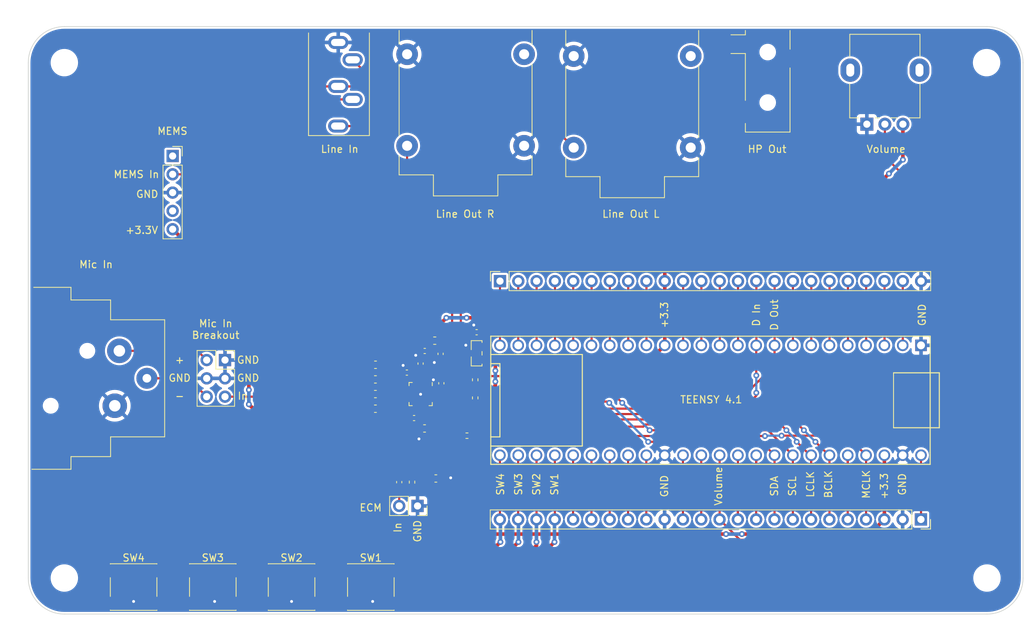
<source format=kicad_pcb>
(kicad_pcb (version 20211014) (generator pcbnew)
  (layers (0 "F.Cu" signal) (31 "B.Cu" power) (34 "B.Paste" user) (35 "F.Paste" user) (36 "B.SilkS" user "B.Silkscreen") (37 "F.SilkS" user "F.Silkscreen") (38 "B.Mask" user) (39 "F.Mask" user) (44 "Edge.Cuts" user))
  (net 0 "")
  (net 1 "+3.3V")
  (net 2 "GND")
  (net 3 "/Audio/LINE_IN_R")
  (net 4 "Net-(C4-Pad2)")
  (net 5 "/Audio/LINE_IN_L")
  (net 6 "Net-(C5-Pad2)")
  (net 7 "Net-(C6-Pad2)")
  (net 8 "Net-(C10-Pad1)")
  (net 9 "/Audio/LINE_OUT_R")
  (net 10 "Net-(C11-Pad1)")
  (net 11 "/Audio/LINE_OUT_L")
  (net 12 "/Audio/MIC_BIAS")
  (net 13 "/Audio/MIC_IN")
  (net 14 "Net-(J1-Pad2)")
  (net 15 "/Audio/MEMS_IN")
  (net 16 "/Audio/HP_L")
  (net 17 "/Audio/HP_VGND")
  (net 18 "/Audio/HP_R")
  (net 19 "Net-(J6-Pad1)")
  (net 20 "Net-(J6-Pad2)")
  (net 21 "Net-(J6-Pad3)")
  (net 22 "Net-(J6-Pad4)")
  (net 23 "Net-(J6-Pad5)")
  (net 24 "Net-(J6-Pad6)")
  (net 25 "Net-(J6-Pad7)")
  (net 26 "Net-(J6-Pad8)")
  (net 27 "Net-(J6-Pad9)")
  (net 28 "Net-(J6-Pad11)")
  (net 29 "Net-(J6-Pad12)")
  (net 30 "Net-(J6-Pad13)")
  (net 31 "Net-(J6-Pad14)")
  (net 32 "Net-(J6-Pad17)")
  (net 33 "Net-(J6-Pad18)")
  (net 34 "Net-(J6-Pad19)")
  (net 35 "Net-(J7-Pad1)")
  (net 36 "/Audio/MCLK")
  (net 37 "Net-(J7-Pad5)")
  (net 38 "/Audio/BCLK")
  (net 39 "/Audio/LCLK")
  (net 40 "/Audio/SCL")
  (net 41 "/Audio/SDA")
  (net 42 "Net-(J7-Pad10)")
  (net 43 "Net-(J7-Pad11)")
  (net 44 "Net-(J7-Pad13)")
  (net 45 "Net-(J7-Pad14)")
  (net 46 "Net-(J7-Pad16)")
  (net 47 "Net-(J7-Pad17)")
  (net 48 "Net-(J7-Pad18)")
  (net 49 "Net-(J7-Pad19)")
  (net 50 "Net-(J7-Pad20)")
  (net 51 "Net-(R1-Pad2)")
  (net 52 "/Audio/D_IN")
  (net 53 "/Audio/D_OUT")
  (net 54 "/Audio/VOLUME_CONTROL")
  (net 55 "Net-(C12-Pad1)")
  (net 56 "Net-(C14-Pad2)")
  (net 57 "Net-(C8-Pad1)")
  (net 60 "Net-(J1-Pad3)")
  (net 61 "/Teensy/BUTTON_3")
  (net 62 "/Teensy/BUTTON_2")
  (net 63 "/Teensy/BUTTON_1")
  (net 64 "/Teensy/BUTTON_0")
  (net 65 "Net-(J6-Pad20)")
  (net 66 "Net-(J6-Pad21)")
  (net 67 "Net-(J6-Pad22)")
  (net 68 "Net-(J6-Pad23)")
  (footprint "Resistor_SMD:R_0402_1005Metric" (layer "F.Cu") (at 130.858 121.75 180)
    (fp_text reference "R1" hide)
    (fp_text value "1k")
  )
  (footprint "Connector_PinSocket_2.54mm:PinSocket_1x24_P2.54mm_Vertical" (layer "F.Cu") (at 135.44 100.305 90)
    (fp_text reference "J6" hide)
    (fp_text value "Conn_01x24_Female")
  )
  (footprint "teensy:Teensy41" (layer "F.Cu") (at 164.64 116.84 180)
    (fp_text reference "U3" hide)
    (fp_text value "Teensy4.1")
  )
  (footprint "Capacitor_SMD:C_0603_1608Metric" (layer "F.Cu") (at 124.975 120.75 180)
    (fp_text reference "C1" hide)
    (fp_text value "10uF")
  )
  (footprint "Connector_Audio:Jack_6.35mm_Neutrik_NMJ4HCD2_Horizontal" (layer "F.Cu") (at 145.669 81.788 90)
    (fp_text reference "J5" hide)
    (fp_text value "LineOutL")
  )
  (footprint "Capacitor_SMD:C_0603_1608Metric" (layer "F.Cu") (at 118.158 113.946 180)
    (fp_text reference "C12" hide)
    (fp_text value "2.2uF")
  )
  (footprint "Potentiometer_THT:Potentiometer_Alpha_RD901F-40-00D_Single_Vertical" (layer "F.Cu") (at 186.336 78.538 90)
    (fp_text reference "RV1" hide)
    (fp_text value "10k")
  )
  (footprint "Button_Switch_SMD:SW_Push_1P1T_NO_6x6mm_H9.5mm" (layer "F.Cu") (at 106.525 142.75)
    (fp_text reference "SW2")
    (fp_text value "SW_Push")
  )
  (footprint "MountingHole:MountingHole_3.2mm_M3" (layer "F.Cu") (at 202.946 70)
    (fp_text reference "H2" hide)
    (fp_text value "MountingHole")
  )
  (footprint "Capacitor_SMD:C_0402_1005Metric" (layer "F.Cu") (at 122.52 113)
    (fp_text reference "C6" hide)
    (fp_text value "0.1uF")
  )
  (footprint "Capacitor_SMD:C_0402_1005Metric" (layer "F.Cu") (at 125 110 180)
    (fp_text reference "C10" hide)
    (fp_text value "1uF")
  )
  (footprint "Connector_PinSocket_2.54mm:PinSocket_1x24_P2.54mm_Vertical" (layer "F.Cu") (at 193.84 133.375 -90)
    (fp_text reference "J7" hide)
    (fp_text value "Conn_01x24_Female")
  )
  (footprint "Button_Switch_SMD:SW_Push_1P1T_NO_6x6mm_H9.5mm" (layer "F.Cu") (at 95.600487 142.75)
    (fp_text reference "SW3")
    (fp_text value "SW_Push")
  )
  (footprint "Resistor_SMD:R_0402_1005Metric" (layer "F.Cu") (at 123.238 128.198 -90)
    (fp_text reference "R4" hide)
    (fp_text value "2.2k")
  )
  (footprint "MountingHole:MountingHole_3.2mm_M3" (layer "F.Cu") (at 75 141.5)
    (fp_text reference "H4" hide)
    (fp_text value "MountingHole")
  )
  (footprint "Capacitor_SMD:C_0603_1608Metric" (layer "F.Cu") (at 118.171 111.914 180)
    (fp_text reference "C11" hide)
    (fp_text value "2.2uF")
  )
  (footprint "Capacitor_SMD:C_0402_1005Metric" (layer "F.Cu") (at 132.2 107.4 180)
    (fp_text reference "C3" hide)
    (fp_text value "0.1uF")
  )
  (footprint "Capacitor_SMD:C_0603_1608Metric" (layer "F.Cu") (at 126.54 127.69)
    (fp_text reference "C13" hide)
    (fp_text value "2.2uF")
  )
  (footprint "Connector_PinSocket_2.54mm:PinSocket_1x05_P2.54mm_Vertical" (layer "F.Cu") (at 90.025 82.95)
    (fp_text reference "J9" hide)
    (fp_text value "Conn_01x05_Female")
  )
  (footprint "Connector_Audio:Jack_XLR_Neutrik_NC3FAAH-0_Horizontal" (layer "F.Cu") (at 82 117.6 180)
    (fp_text reference "J1" hide)
    (fp_text value "MicInstIn")
  )
  (footprint "Capacitor_SMD:C_0402_1005Metric" (layer "F.Cu") (at 127.2 110.4 -90)
    (fp_text reference "C7" hide)
    (fp_text value "1uF")
  )
  (footprint "Inductor_SMD:L_0603_1608Metric" (layer "F.Cu") (at 126.388 108.568 180)
    (fp_text reference "FB1" hide)
    (fp_text value "FerriteBead")
  )
  (footprint "Connector_PinSocket_2.54mm:PinSocket_1x02_P2.54mm_Vertical" (layer "F.Cu") (at 124 131.5 -90)
    (fp_text reference "MK1" hide)
    (fp_text value "InternalMic")
  )
  (footprint "Connector_Audio:Jack_3.5mm_CUI_SJ-3523-SMT_Horizontal" (layer "F.Cu") (at 172.58 71.035)
    (fp_text reference "J3" hide)
    (fp_text value "HeadPhoneOut")
  )
  (footprint "Capacitor_SMD:C_0402_1005Metric" (layer "F.Cu") (at 121.46 128.198 -90)
    (fp_text reference "C14" hide)
    (fp_text value "0.1uF")
  )
  (footprint "Resistor_SMD:R_0402_1005Metric" (layer "F.Cu") (at 132 114 -90)
    (fp_text reference "R2" hide)
    (fp_text value "2.2k")
  )
  (footprint "Connector_Audio:Jack_6.35mm_Neutrik_NMJ4HCD2_Horizontal" (layer "F.Cu") (at 122.555 81.534 90)
    (fp_text reference "J4" hide)
    (fp_text value "LineOutR")
  )
  (footprint "Capacitor_SMD:C_0402_1005Metric" (layer "F.Cu") (at 124.425626 111.75 90)
    (fp_text reference "C9" hide)
    (fp_text value "10nF")
  )
  (footprint "Capacitor_SMD:C_0402_1005Metric" (layer "F.Cu") (at 127.302 114.482 90)
    (fp_text reference "C8" hide)
    (fp_text value "0.1uF")
  )
  (footprint "Resistor_SMD:R_0402_1005Metric" (layer "F.Cu") (at 132 116.51 90)
    (fp_text reference "R3" hide)
    (fp_text value "2.2k")
  )
  (footprint "Connector_Audio:Jack_3.5mm_CUI_SJ1-3535NG_Horizontal" (layer "F.Cu") (at 113 67.2)
    (fp_text reference "J2" hide)
    (fp_text value "LineIn")
  )
  (footprint "MountingHole:MountingHole_3.2mm_M3" (layer "F.Cu") (at 203 141.5)
    (fp_text reference "H3" hide)
    (fp_text value "MountingHole")
  )
  (footprint "LukeLibrary:SOT23" (layer "F.Cu") (at 132.2 110.321 90)
    (fp_text reference "U1" hide)
    (fp_text value "AP7313")
  )
  (footprint "Connector_PinSocket_2.54mm:PinSocket_2x03_P2.54mm_Vertical" (layer "F.Cu") (at 97.29 111.26)
    (fp_text reference "J8" hide)
    (fp_text value "Conn_01x06_Female")
  )
  (footprint "Button_Switch_SMD:SW_Push_1P1T_NO_6x6mm_H9.5mm" (layer "F.Cu") (at 84.609078 142.75)
    (fp_text reference "SW4")
    (fp_text value "SW_Push")
  )
  (footprint "Package_DFN_QFN:QFN-20-1EP_3x3mm_P0.4mm_EP1.65x1.65mm" (layer "F.Cu") (at 124.434 115.978 -90)
    (fp_text reference "U2" hide)
    (fp_text value "SGTL5000XNLA3")
  )
  (footprint "Button_Switch_SMD:SW_Push_1P1T_NO_6x6mm_H9.5mm" (layer "F.Cu") (at 117.525 142.75)
    (fp_text reference "SW1")
    (fp_text value "SW_Push")
  )
  (footprint "MountingHole:MountingHole_3.2mm_M3" (layer "F.Cu") (at 75 70)
    (fp_text reference "H1" hide)
    (fp_text value "MountingHole")
  )
  (footprint "Capacitor_SMD:C_0402_1005Metric" (layer "F.Cu") (at 123.52 119.308 180)
    (fp_text reference "C2" hide)
    (fp_text value "0.1uF")
  )
  (footprint "Capacitor_SMD:C_0603_1608Metric" (layer "F.Cu") (at 118.158 115.978)
    (fp_text reference "C4" hide)
    (fp_text value "2.2uF")
  )
  (footprint "Capacitor_SMD:C_0603_1608Metric" (layer "F.Cu") (at 118.158 118.01)
    (fp_text reference "C5" hide)
    (fp_text value "2.2uF")
  )
  (gr_arc (start 70 70) (mid 71.464466 66.464466) (end 75 65) (layer "Edge.Cuts") (width 0.1))
  (gr_arc (start 203 65) (mid 206.535534 66.464466) (end 208 70) (layer "Edge.Cuts") (width 0.1))
  (gr_line (start 203 146.5) (end 75 146.5) (layer "Edge.Cuts") (width 0.1))
  (gr_line (start 70 141.5) (end 70 70) (layer "Edge.Cuts") (width 0.1))
  (gr_line (start 208 70) (end 208 141.5) (layer "Edge.Cuts") (width 0.1))
  (gr_line (start 75 65) (end 203 65) (layer "Edge.Cuts") (width 0.1))
  (gr_arc (start 208 141.5) (mid 206.535534 145.035534) (end 203 146.5) (layer "Edge.Cuts") (width 0.1))
  (gr_arc (start 75 146.5) (mid 71.464466 145.035534) (end 70 141.5) (layer "Edge.Cuts") (width 0.1))
  (gr_text "GND" (at 124 135 90) (layer "F.SilkS") (effects (font (size 1 1))))
  (gr_text "BCLK" (at 181 128.5 90) (layer "F.SilkS") (effects (font (size 1 1))))
  (gr_text "MCLK" (at 186.25 128.5 90) (layer "F.SilkS") (effects (font (size 1 1))))
  (gr_text "Line In" (at 113.2 82) (layer "F.SilkS") (effects (font (size 1 1))))
  (gr_text "Line Out L" (at 153.6 91) (layer "F.SilkS") (effects (font (size 1 1))))
  (gr_text "+3.3V" (at 85.75 93.25) (layer "F.SilkS") (effects (font (size 1 1))))
  (gr_text "TEENSY 4.1" (at 164.75 116.75) (layer "F.SilkS") (effects (font (size 1 1))))
  (gr_text "+3.3" (at 188.75 128.75 90) (layer "F.SilkS") (effects (font (size 1 1))))
  (gr_text "GND" (at 191.25 128.5 90) (layer "F.SilkS") (effects (font (size 1 1))))
  (gr_text "SW4" (at 135.5 128.5 90) (layer "F.SilkS") (effects (font (size 1 1))))
  (gr_text "HP Out" (at 172.5 82) (layer "F.SilkS") (effects (font (size 1 1))))
  (gr_text "In" (at 99.75 116.25) (layer "F.SilkS") (effects (font (size 1 1))))
  (gr_text "+3.3" (at 158.25 105 90) (layer "F.SilkS") (effects (font (size 1 1))))
  (gr_text "D In" (at 171 105 90) (layer "F.SilkS") (effects (font (size 1 1))))
  (gr_text "ECM" (at 117.5 131.75) (layer "F.SilkS") (effects (font (size 1 1))))
  (gr_text "GND" (at 100.5 113.75) (layer "F.SilkS") (effects (font (size 1 1))))
  (gr_text "MEMS" (at 90 79.5) (layer "F.SilkS") (effects (font (size 1 1))))
  (gr_text "Mic In\nBreakout" (at 96 107) (layer "F.SilkS") (effects (font (size 1 1))))
  (gr_text "SW2" (at 140.5 128.5 90) (layer "F.SilkS") (effects (font (size 1 1))))
  (gr_text "GND" (at 194 105 90) (layer "F.SilkS") (effects (font (size 1 1))))
  (gr_text "-" (at 91 116.25) (layer "F.SilkS") (effects (font (size 1 1))))
  (gr_text "Mic In" (at 79.4 98) (layer "F.SilkS") (effects (font (size 1 1))))
  (gr_text "SW3" (at 138 128.5 90) (layer "F.SilkS") (effects (font (size 1 1))))
  (gr_text "In" (at 121.25 134.5 90) (layer "F.SilkS") (effects (font (size 1 1))))
  (gr_text "MEMS In" (at 85 85.5) (layer "F.SilkS") (effects (font (size 1 1))))
  (gr_text "GND" (at 158.25 128.75 90) (layer "F.SilkS") (effects (font (size 1 1))))
  (gr_text "GND" (at 91 113.75) (layer "F.SilkS") (effects (font (size 1 1))))
  (gr_text "D Out" (at 173.5 105 90) (layer "F.SilkS") (effects (font (size 1 1))))
  (gr_text "GND" (at 100.5 111.25) (layer "F.SilkS") (effects (font (size 1 1))))
  (gr_text "+" (at 91 111.25) (layer "F.SilkS") (effects (font (size 1 1))))
  (gr_text "Line Out R" (at 130.6 91) (layer "F.SilkS") (effects (font (size 1 1))))
  (gr_text "SW1" (at 143 128.5 90) (layer "F.SilkS") (effects (font (size 1 1))))
  (gr_text "SCL" (at 176 128.75 90) (layer "F.SilkS") (effects (font (size 1 1))))
  (gr_text "LCLK" (at 178.5 128.5 90) (layer "F.SilkS") (effects (font (size 1 1))))
  (gr_text "Volume" (at 189 82) (layer "F.SilkS") (effects (font (size 1 1))))
  (gr_text "GND" (at 86.5 88.25) (layer "F.SilkS") (effects (font (size 1 1))))
  (gr_text "SDA" (at 173.5 128.75 90) (layer "F.SilkS") (effects (font (size 1 1))))
  (gr_text "Volume" (at 165.75 128.75 90) (layer "F.SilkS") (effects (font (size 1 1))))
  (segment (start 133.2 109.8) (end 134.8 111.4) (width 0.5) (layer "F.Cu") (net 1))
  (segment (start 132 114.51) (end 132 115.4) (width 0.5) (layer "F.Cu") (net 1))
  (segment (start 156.11 111.4) (end 134.8 111.4) (width 0.5) (layer "F.Cu") (net 1))
  (segment (start 186.6 135.4) (end 169 135.4) (width 0.5) (layer "F.Cu") (net 1))
  (segment (start 133.2 135.4) (end 132 134.2) (width 0.5) (layer "F.Cu") (net 1))
  (segment (start 127.2 108.5925) (end 127.1755 108.568) (width 0.5) (layer "F.Cu") (net 1))
  (segment (start 133.2 109.371) (end 133.2 109.8) (width 0.5) (layer "F.Cu") (net 1))
  (segment (start 100.6 115.4) (end 100.6 103.685) (width 0.5) (layer "F.Cu") (net 1))
  (segment (start 158.3 98.3) (end 166.4 90.2) (width 0.5) (layer "F.Cu") (net 1))
  (segment (start 158.29 109.22) (end 156.11 111.4) (width 0.5) (layer "F.Cu") (net 1))
  (segment (start 132 134.2) (end 132 127) (width 0.5) (layer "F.Cu") (net 1))
  (segment (start 132 127) (end 125.75 120.75) (width 0.5) (layer "F.Cu") (net 1))
  (segment (start 158.3 100.305) (end 158.3 98.3) (width 0.5) (layer "F.Cu") (net 1))
  (segment (start 134.8 111.4) (end 134.8 112.7405) (width 0.5) (layer "F.Cu") (net 1))
  (segment (start 191.336 83.464) (end 191.336 78.538) (width 0.5) (layer "F.Cu") (net 1))
  (segment (start 100.6 103.685) (end 90.025 93.11) (width 0.5) (layer "F.Cu") (net 1))
  (segment (start 134.8 114.8) (end 134.2 115.4) (width 0.5) (layer "F.Cu") (net 1))
  (segment (start 127.1755 106.2245) (end 128 105.4) (width 0.5) (layer "F.Cu") (net 1))
  (segment (start 124.034 117.428) (end 124.034 119.274) (width 0.2) (layer "F.Cu") (net 1))
  (segment (start 158.31 109.22) (end 158.31 100.315) (width 0.3) (layer "F.Cu") (net 1))
  (segment (start 158.3 109.21) (end 158.29 109.22) (width 0.5) (layer "F.Cu") (net 1))
  (segment (start 127.2 110) (end 127.2 108.5925) (width 0.5) (layer "F.Cu") (net 1))
  (segment (start 132 115.4) (end 132 116) (width 0.5) (layer "F.Cu") (net 1))
  (segment (start 118.6 135.4) (end 100.6 117.4) (width 0.5) (layer "F.Cu") (net 1))
  (segment (start 188.77 124.46) (end 188.77 133.365) (width 0.5) (layer "F.Cu") (net 1))
  (segment (start 124 119.308) (end 124.308 119.308) (width 0.5) (layer "F.Cu") (net 1))
  (segment (start 132.68 107.4) (end 132.68 106.078609) (width 0.5) (layer "F.Cu") (net 1))
  (segment (start 186.735 135.4) (end 186.6 135.4) (width 0.5) (layer "F.Cu") (net 1))
  (segment (start 184.6 90.2) (end 189.4 85.4) (width 0.5) (layer "F.Cu") (net 1))
  (segment (start 132.001391 105.4) (end 130.8 105.4) (width 0.5) (layer "F.Cu") (net 1))
  (segment (start 188.76 133.375) (end 186.735 135.4) (width 0.5) (layer "F.Cu") (net 1))
  (segment (start 158.3 100.305) (end 158.3 109.21) (width 0.5) (layer "F.Cu") (net 1))
  (segment (start 127.1755 108.568) (end 127.1755 106.2245) (width 0.5) (layer "F.Cu") (net 1))
  (segment (start 118.6 135.4) (end 166.8 135.4) (width 0.5) (layer "F.Cu") (net 1))
  (segment (start 132.68 108.851) (end 133.2 109.371) (width 0.5) (layer "F.Cu") (net 1))
  (segment (start 132.68 106.078609) (end 132.001391 105.4) (width 0.5) (layer "F.Cu") (net 1))
  (segment (start 132.68 107.4) (end 132.68 108.851) (width 0.5) (layer "F.Cu") (net 1))
  (segment (start 134.2 115.4) (end 132 115.4) (width 0.5) (layer "F.Cu") (net 1))
  (segment (start 166.4 90.2) (end 184.6 90.2) (width 0.5) (layer "F.Cu") (net 1))
  (segment (start 134.8 114.2395) (end 134.8 114.8) (width 0.5) (layer "F.Cu") (net 1))
  (segment (start 124.308 119.308) (end 125.75 120.75) (width 0.5) (layer "F.Cu") (net 1))
  (via (at 128 105.4) (size 0.8) (drill 0.4) (layers "F.Cu" "B.Cu") (net 1))
  (via (at 100.6 115.4) (size 0.8) (drill 0.4) (layers "F.Cu" "B.Cu") (net 1))
  (via (at 134.8 112.7405) (size 0.8) (drill 0.4) (layers "F.Cu" "B.Cu") (net 1))
  (via (at 191.336 83.464) (size 0.8) (drill 0.4) (layers "F.Cu" "B.Cu") (net 1))
  (via (at 134.8 114.2395) (size 0.8) (drill 0.4) (layers "F.Cu" "B.Cu") (net 1))
  (via (at 130.8 105.4) (size 0.8) (drill 0.4) (layers "F.Cu" "B.Cu") (net 1))
  (via (at 100.6 117.4) (size 0.8) (drill 0.4) (layers "F.Cu" "B.Cu") (net 1))
  (via (at 169 135.4) (size 0.8) (drill 0.4) (layers "F.Cu" "B.Cu") (net 1))
  (via (at 189.4 85.4) (size 0.8) (drill 0.4) (layers "F.Cu" "B.Cu") (net 1))
  (via (at 166.8 135.4) (size 0.8) (drill 0.4) (layers "F.Cu" "B.Cu") (net 1))
  (segment (start 100.6 117.4) (end 100.6 115.4) (width 0.5) (layer "B.Cu") (net 1))
  (segment (start 189.4 85.4) (end 191.336 83.464) (width 0.5) (layer "B.Cu") (net 1))
  (segment (start 169 135.4) (end 166.8 135.4) (width 0.5) (layer "B.Cu") (net 1))
  (segment (start 134.8 112.7405) (end 134.8 114.2395) (width 0.5) (layer "B.Cu") (net 1))
  (segment (start 130.8 105.4) (end 128 105.4) (width 0.5) (layer "B.Cu") (net 1))
  (segment (start 123.04 119.308) (end 123.04 119.59) (width 0.5) (layer "F.Cu") (net 2))
  (segment (start 95.850487 144.75) (end 99.325487 144.75) (width 0.5) (layer "F.Cu") (net 2))
  (segment (start 124.4195 111.27) (end 123.7495 110.6) (width 0.5) (layer "F.Cu") (net 2))
  (segment (start 84.609078 144.75) (end 88.334078 144.75) (width 0.5) (layer "F.Cu") (net 2))
  (segment (start 121.25 144.75) (end 121.5 145) (width 0.5) (layer "F.Cu") (net 2))
  (segment (start 80.634078 145) (end 84.359078 145) (width 0.5) (layer "F.Cu") (net 2))
  (segment (start 131.72 107.4) (end 131.72 106.48) (width 0.5) (layer "F.Cu") (net 2))
  (segment (start 124.425626 111.27) (end 124.4195 111.27) (width 0.5) (layer "F.Cu") (net 2))
  (segment (start 128.51 127.69) (end 128.6 127.6) (width 0.5) (layer "F.Cu") (net 2))
  (segment (start 99.325487 144.75) (end 99.575487 145) (width 0.5) (layer "F.Cu") (net 2))
  (segment (start 131.2 110.321) (end 131.2 109.7005) (width 0.5) (layer "F.Cu") (net 2))
  (segment (start 126.202 114.002) (end 126.2 114) (width 0.5) (layer "F.Cu") (net 2))
  (segment (start 127.315 127.69) (end 128.51 127.69) (width 0.5) (layer "F.Cu") (net 2))
  (segment (start 117.525 145) (end 117.775 144.75) (width 0.5) (layer "F.Cu") (net 2))
  (segment (start 91.625487 145) (end 95.600487 145) (width 0.5) (layer "F.Cu") (net 2))
  (segment (start 110.25 144.75) (end 110.5 145) (width 0.5) (layer "F.Cu") (net 2))
  (segment (start 106.275 145) (end 106.525 144.75) (width 0.5) (layer "F.Cu") (net 2))
  (segment (start 102.55 145) (end 106.275 145) (width 0.5) (layer "F.Cu") (net 2))
  (segment (start 124.3495 110) (end 123.7495 110.6) (width 0.5) (layer "F.Cu") (net 2))
  (segment (start 106.525 144.75) (end 110.25 144.75) (width 0.5) (layer "F.Cu") (net 2))
  (segment (start 84.359078 145) (end 84.609078 144.75) (width 0.5) (layer "F.Cu") (net 2))
  (segment (start 131.2 109.7005) (end 130.6995 109.2) (width 0.5) (layer "F.Cu") (net 2))
  (segment (start 88.334078 144.75) (end 88.584078 145) (width 0.5) (layer "F.Cu") (net 2))
  (segment (start 127.302 114.002) (end 126.202 114.002) (width 0.5) (layer "F.Cu") (net 2))
  (segment (start 123.04 119.59) (end 124.2 120.75) (width 0.5) (layer "F.Cu") (net 2))
  (segment (start 122.04 113) (end 122.04 112.04) (width 0.5) (layer "F.Cu") (net 2))
  (segment (start 95.600487 145) (end 95.850487 144.75) (width 0.5) (layer "F.Cu") (net 2))
  (segment (start 127.0495 110.88) (end 126.3295 111.6) (width 0.5) (layer "F.Cu") (net 2))
  (segment (start 113.55 145) (end 117.525 145) (width 0.5) (layer "F.Cu") (net 2))
  (segment (start 117.775 144.75) (end 121.25 144.75) (width 0.5) (layer "F.Cu") (net 2))
  (segment (start 131.72 106.48) (end 131.8 106.4) (width 0.5) (layer "F.Cu") (net 2))
  (segment (start 124.2 120.75) (end 124.2 122.2) (width 0.5) (layer "F.Cu") (net 2))
  (segment (start 124.52 110) (end 124.3495 110) (width 0.5) (layer "F.Cu") (net 2))
  (segment (start 122.04 112.04) (end 122 112) (width 0.5) (layer "F.Cu") (net 2))
  (segment (start 127.2 110.88) (end 127.0495 110.88) (width 0.5) (layer "F.Cu") (net 2))
  (via (at 126.2 114) (size 0.8) (drill 0.4) (layers "F.Cu" "B.Cu") (net 2))
  (via (at 95.850487 144.75) (size 0.8) (drill 0.4) (layers "F.Cu" "B.Cu") (net 2))
  (via (at 124.427301 116.006638) (size 0.8) (drill 0.4) (layers "F.Cu" "B.Cu") (net 2))
  (via (at 126.3295 111.6) (size 0.8) (drill 0.4) (layers "F.Cu" "B.Cu") (net 2))
  (via (at 130.6995 109.2) (size 0.8) (drill 0.4) (layers "F.Cu" "B.Cu") (net 2))
  (via (at 117.775 144.75) (size 0.8) (drill 0.4) (layers "F.Cu" "B.Cu") (net 2))
  (via (at 131.8 106.4) (size 0.8) (drill 0.4) (layers "F.Cu" "B.Cu") (net 2))
  (via (at 84.609078 144.75) (size 0.8) (drill 0.4) (layers "F.Cu" "B.Cu") (net 2))
  (via (at 122 112) (size 0.8) (drill 0.4) (layers "F.Cu" "B.Cu") (net 2))
  (via (at 123.7495 110.6) (size 0.8) (drill 0.4) (layers "F.Cu" "B.Cu") (net 2))
  (via (at 128.6 127.6) (size 0.8) (drill 0.4) (layers "F.Cu" "B.Cu") (net 2))
  (via (at 124.2 122.2) (size 0.8) (drill 0.4) (layers "F.Cu" "B.Cu") (net 2))
  (via (at 106.525 144.75) (size 0.8) (drill 0.4) (layers "F.Cu" "B.Cu") (net 2))
  (segment (start 118.2 81.3) (end 118.2 72.8) (width 0.3) (layer "F.Cu") (net 3))
  (segment (start 117.383 115.978) (end 113.978 115.978) (width 0.3) (layer "F.Cu") (net 3))
  (segment (start 111 113) (end 111 88.5) (width 0.3) (layer "F.Cu") (net 3))
  (segment (start 113.978 115.978) (end 111 113) (width 0.3) (layer "F.Cu") (net 3))
  (segment (start 111 88.5) (end 118.2 81.3) (width 0.3) (layer "F.Cu") (net 3))
  (segment (start 118.2 72.8) (end 115 69.6) (width 0.3) (layer "F.Cu") (net 3))
  (segment (start 122.984 115.978) (end 118.933 115.978) (width 0.2) (layer "F.Cu") (net 4))
  (segment (start 112.4 75.1) (end 115 75.1) (width 0.3) (layer "F.Cu") (net 5))
  (segment (start 117.383 118.01) (end 112.26 118.01) (width 0.3) (layer "F.Cu") (net 5))
  (segment (start 108.25 79.25) (end 112.4 75.1) (width 0.3) (layer "F.Cu") (net 5))
  (segment (start 112.26 118.01) (end 108.25 114) (width 0.3) (layer "F.Cu") (net 5))
  (segment (start 108.25 114) (end 108.25 79.25) (width 0.3) (layer "F.Cu") (net 5))
  (segment (start 121.622 116.378) (end 119.99 118.01) (width 0.2) (layer "F.Cu") (net 6))
  (segment (start 122.984 116.378) (end 121.622 116.378) (width 0.2) (layer "F.Cu") (net 6))
  (segment (start 119.99 118.01) (end 118.933 118.01) (width 0.2) (layer "F.Cu") (net 6))
  (segment (start 123.634 114.528) (end 123.634 113.634) (width 0.2) (layer "F.Cu") (net 7))
  (segment (start 123.634 113.634) (end 123 113) (width 0.2) (layer "F.Cu") (net 7))
  (segment (start 124.434 114.528) (end 124.434 112.238374) (width 0.2) (layer "F.Cu") (net 8))
  (segment (start 125.48 108.6885) (end 125.6005 108.568) (width 0.5) (layer "F.Cu") (net 8))
  (segment (start 125.48 111.92) (end 125.17 112.23) (width 0.5) (layer "F.Cu") (net 8))
  (segment (start 125.17 112.23) (end 124.425626 112.23) (width 0.5) (layer "F.Cu") (net 8))
  (segment (start 125.48 110) (end 125.48 111.92) (width 0.5) (layer "F.Cu") (net 8))
  (segment (start 125.48 110) (end 125.48 108.6885) (width 0.5) (layer "F.Cu") (net 8))
  (segment (start 124.434 112.238374) (end 124.425626 112.23) (width 0.2) (layer "F.Cu") (net 8))
  (segment (start 117.396 103.604) (end 117.396 111.914) (width 0.3) (layer "F.Cu") (net 9))
  (segment (start 122.555 81.534) (end 122.555 98.445) (width 0.3) (layer "F.Cu") (net 9))
  (segment (start 122.555 98.445) (end 117.396 103.604) (width 0.3) (layer "F.Cu") (net 9))
  (segment (start 119.164 111.914) (end 118.946 111.914) (width 0.2) (layer "F.Cu") (net 10))
  (segment (start 122.984 115.178) (end 122.428 115.178) (width 0.2) (layer "F.Cu") (net 10))
  (segment (start 122.428 115.178) (end 119.164 111.914) (width 0.2) (layer "F.Cu") (net 10))
  (segment (start 115 113.75) (end 114.25 113) (width 0.3) (layer "F.Cu") (net 11))
  (segment (start 117.187 113.75) (end 115 113.75) (width 0.3) (layer "F.Cu") (net 11))
  (segment (start 119.2 80.4) (end 119.2 91.4) (width 0.3) (layer "F.Cu") (net 11))
  (segment (start 114.25 113) (end 114.25 96.35) (width 0.3) (layer "F.Cu") (net 11))
  (segment (start 122 77.6) (end 141.481 77.6) (width 0.3) (layer "F.Cu") (net 11))
  (segment (start 119.2 91.4) (end 114.25 96.35) (width 0.3) (layer "F.Cu") (net 11))
  (segment (start 141.481 77.6) (end 145.669 81.788) (width 0.3) (layer "F.Cu") (net 11))
  (segment (start 119.2 80.4) (end 122 77.6) (width 0.3) (layer "F.Cu") (net 11))
  (segment (start 117.383 113.946) (end 117.187 113.75) (width 0.3) (layer "F.Cu") (net 11))
  (segment (start 122.5 118.25) (end 123.25 118.25) (width 0.2) (layer "F.Cu") (net 12))
  (segment (start 123.634 117.866) (end 123.25 118.25) (width 0.2) (layer "F.Cu") (net 12))
  (segment (start 123.634 117.428) (end 123.634 117.866) (width 0.2) (layer "F.Cu") (net 12))
  (segment (start 123.238 127.688) (end 125.763 127.688) (width 0.3) (layer "F.Cu") (net 12))
  (segment (start 122 118.75) (end 122 119.25) (width 0.2) (layer "F.Cu") (net 12))
  (segment (start 122.5 118.25) (end 122 118.75) (width 0.2) (layer "F.Cu") (net 12))
  (segment (start 125.763 127.688) (end 125.765 127.69) (width 0.3) (layer "F.Cu") (net 12))
  (segment (start 122 122.75) (end 122 119.25) (width 0.3) (layer "F.Cu") (net 12))
  (segment (start 123.238 127.688) (end 123.238 123.988) (width 0.3) (layer "F.Cu") (net 12))
  (segment (start 123.238 123.988) (end 122 122.75) (width 0.3) (layer "F.Cu") (net 12))
  (segment (start 109 121) (end 104.34 116.34) (width 0.3) (layer "F.Cu") (net 13))
  (segment (start 122.984 116.778) (end 122.472 116.778) (width 0.2) (layer "F.Cu") (net 13))
  (segment (start 121.46 127.718) (end 121.46 124.71) (width 0.3) (layer "F.Cu") (net 13))
  (segment (start 121 118.25) (end 121 119) (width 0.2) (layer "F.Cu") (net 13))
  (segment (start 121 121) (end 109 121) (width 0.3) (layer "F.Cu") (net 13))
  (segment (start 121 124.25) (end 121 121) (width 0.3) (layer "F.Cu") (net 13))
  (segment (start 121.46 124.71) (end 121 124.25) (width 0.3) (layer "F.Cu") (net 13))
  (segment (start 121 118.25) (end 122.472 116.778) (width 0.2) (layer "F.Cu") (net 13))
  (segment (start 121 121) (end 121 119) (width 0.3) (layer "F.Cu") (net 13))
  (segment (start 104.34 116.34) (end 97.29 116.34) (width 0.3) (layer "F.Cu") (net 13))
  (segment (start 93.47 109.98) (end 94.75 111.26) (width 0.3) (layer "F.Cu") (net 14))
  (segment (start 82.635 109.98) (end 93.47 109.98) (width 0.3) (layer "F.Cu") (net 14))
  (segment (start 115.8 78.8) (end 113 78.8) (width 0.3) (layer "F.Cu") (net 15))
  (segment (start 117.2 74.4) (end 117.2 77.4) (width 0.3) (layer "F.Cu") (net 15))
  (segment (start 116.1 73.3) (end 117.2 74.4) (width 0.3) (layer "F.Cu") (net 15))
  (segment (start 109.3 73.3) (end 113 73.3) (width 0.3) (layer "F.Cu") (net 15))
  (segment (start 117.2 77.4) (end 115.8 78.8) (width 0.3) (layer "F.Cu") (net 15))
  (segment (start 90.025 85.49) (end 97.11 85.49) (width 0.3) (layer "F.Cu") (net 15))
  (segment (start 113 73.3) (end 116.1 73.3) (width 0.3) (layer "F.Cu") (net 15))
  (segment (start 97.11 85.49) (end 109.3 73.3) (width 0.3) (layer "F.Cu") (net 15))
  (segment (start 173 72.4) (end 160 72.4) (width 0.3) (layer "F.Cu") (net 16))
  (segment (start 138.6 93.8) (end 129.6 93.8) (width 0.3) (layer "F.Cu") (net 16))
  (segment (start 125.6 97.8) (end 125.6 103) (width 0.3) (layer "F.Cu") (net 16))
  (segment (start 124.034 113.034) (end 123 112) (width 0.2) (layer "F.Cu") (net 16))
  (segment (start 123 105.6) (end 123 112) (width 0.3) (layer "F.Cu") (net 16))
  (segment (start 124.034 114.528) (end 124.034 113.034) (width 0.2) (layer "F.Cu") (net 16))
  (segment (start 176.28 69.435) (end 175.965 69.435) (width 0.3) (layer "F.Cu") (net 16))
  (segment (start 160 72.4) (end 138.6 93.8) (width 0.3) (layer "F.Cu") (net 16))
  (segment (start 129.6 93.8) (end 125.6 97.8) (width 0.3) (layer "F.Cu") (net 16))
  (segment (start 175.965 69.435) (end 173 72.4) (width 0.3) (layer "F.Cu") (net 16))
  (segment (start 125.6 103) (end 123 105.6) (width 0.3) (layer "F.Cu") (net 16))
  (segment (start 124.834 114.528) (end 124.834 113.416) (width 0.2) (layer "F.Cu") (net 17))
  (segment (start 127.2 112.8) (end 128.8 111.2) (width 0.2) (layer "F.Cu") (net 17))
  (segment (start 132.4 95.4) (end 141 95.4) (width 0.3) (layer "F.Cu") (net 17))
  (segment (start 128.8 111.2) (end 128.8 108.6) (width 0.2) (layer "F.Cu") (net 17))
  (segment (start 124.834 113.416) (end 124.834 113.366) (width 0.2) (layer "F.Cu") (net 17))
  (segment (start 128.8 99) (end 132.4 95.4) (width 0.3) (layer "F.Cu") (net 17))
  (segment (start 179.2 68) (end 179.2 70.4) (width 0.3) (layer "F.Cu") (net 17))
  (segment (start 141 95.4) (end 162.6 73.8) (width 0.3) (layer "F.Cu") (net 17))
  (segment (start 178.2 67) (end 179.2 68) (width 0.3) (layer "F.Cu") (net 17))
  (segment (start 125.4 112.8) (end 127.2 112.8) (width 0.2) (layer "F.Cu") (net 17))
  (segment (start 179.2 70.4) (end 175.8 73.8) (width 0.3) (layer "F.Cu") (net 17))
  (segment (start 124.834 113.366) (end 125.4 112.8) (width 0.2) (layer "F.Cu") (net 17))
  (segment (start 169.315 67) (end 178.2 67) (width 0.3) (layer "F.Cu") (net 17))
  (segment (start 168.88 67.435) (end 169.315 67) (width 0.3) (layer "F.Cu") (net 17))
  (segment (start 175.8 73.8) (end 162.6 73.8) (width 0.3) (layer "F.Cu") (net 17))
  (segment (start 128.8 108.6) (end 128.8 99) (width 0.3) (layer "F.Cu") (net 17))
  (segment (start 130 101.2) (end 133.8 97.4) (width 0.3) (layer "F.Cu") (net 18))
  (segment (start 133.8 97.4) (end 151.8 97.4) (width 0.3) (layer "F.Cu") (net 18))
  (segment (start 151.8 97.4) (end 168.88 80.32) (width 0.3) (layer "F.Cu") (net 18))
  (segment (start 130 110.8) (end 130 108.4) (width 0.2) (layer "F.Cu") (net 18))
  (segment (start 125.234 113.966) (end 126 113.2) (width 0.2) (layer "F.Cu") (net 18))
  (segment (start 127.6 113.2) (end 130 110.8) (width 0.2) (layer "F.Cu") (net 18))
  (segment (start 125.234 114.528) (end 125.234 113.966) (width 0.2) (layer "F.Cu") (net 18))
  (segment (start 168.88 80.32) (end 168.88 76.835) (width 0.3) (layer "F.Cu") (net 18))
  (segment (start 130 108.4) (end 130 101.2) (width 0.3) (layer "F.Cu") (net 18))
  (segment (start 126 113.2) (end 127.6 113.2) (width 0.2) (layer "F.Cu") (net 18))
  (segment (start 135.44 109.22) (end 135.44 100.315) (width 0.3) (layer "F.Cu") (net 19))
  (segment (start 137.97 100.305) (end 137.97 109.21) (width 0.3) (layer "F.Cu") (net 20))
  (segment (start 140.52 100.305) (end 140.52 109.21) (width 0.3) (layer "F.Cu") (net 21))
  (segment (start 143.07 109.22) (end 143.07 100.315) (width 0.3) (layer "F.Cu") (net 22))
  (segment (start 145.6 100.305) (end 145.6 109.21) (width 0.3) (layer "F.Cu") (net 23))
  (segment (start 148.15 109.22) (end 148.15 100.315) (width 0.3) (layer "F.Cu") (net 24))
  (segment (start 150.68 100.305) (end 150.68 109.21) (width 0.3) (layer "F.Cu") (net 25))
  (segment (start 153.23 109.22) (end 153.23 100.315) (width 0.3) (layer "F.Cu") (net 26))
  (segment (start 155.76 100.305) (end 155.76 109.21) (width 0.3) (layer "F.Cu") (net 27))
  (segment (start 160.85 109.22) (end 160.85 100.315) (width 0.3) (layer "F.Cu") (net 28))
  (segment (start 163.38 100.305) (end 163.38 109.21) (width 0.3) (layer "F.Cu") (net 29))
  (segment (start 165.93 109.22) (end 165.93 100.315) (width 0.3) (layer "F.Cu") (net 30))
  (segment (start 168.46 100.305) (end 168.46 109.21) (width 0.3) (layer "F.Cu") (net 31))
  (segment (start 176.08 100.305) (end 176.08 109.21) (width 0.3) (layer "F.Cu") (net 32))
  (segment (start 178.63 109.22) (end 178.63 100.315) (width 0.3) (layer "F.Cu") (net 33))
  (segment (start 181.16 100.305) (end 181.16 109.21) (width 0.3) (layer "F.Cu") (net 34))
  (segment (start 193.85 124.46) (end 193.85 133.365) (width 0.3) (layer "F.Cu") (net 35))
  (segment (start 174.5 121.75) (end 183.52 121.75) (width 0.3) (layer "F.Cu") (net 36))
  (segment (start 183.52 121.75) (end 186.23 124.46) (width 0.3) (layer "F.Cu") (net 36))
  (segment (start 186.23 124.46) (end 186.23 133.365) (width 0.3) (layer "F.Cu") (net 36))
  (segment (start 131.368 121.75) (end 151 121.75) (width 0.3) (layer "F.Cu") (net 36))
  (segment (start 172.2 121.8) (end 151.05 121.8) (width 0.3) (layer "F.Cu") (net 36))
  (segment (start 151.05 121.8) (end 151 121.75) (width 0.3) (layer "F.Cu") (net 36))
  (via (at 174.5 121.75) (size 0.8) (drill 0.4) (layers "F.Cu" "B.Cu") (net 36))
  (via (at 172.2 121.8) (size 0.8) (drill 0.4) (layers "F.Cu" "B.Cu") (net 36))
  (segment (start 172.25 121.75) (end 172.2 121.8) (width 0.3) (layer "B.Cu") (net 36))
  (segment (start 174.5 121.75) (end 172.25 121.75) (width 0.3) (layer "B.Cu") (net 36))
  (segment (start 183.68 124.46) (end 183.68 125.68) (width 0.3) (layer "F.Cu") (net 37))
  (segment (start 183.69 125.67) (end 183.68 125.68) (width 0.3) (layer "F.Cu") (net 37))
  (segment (start 183.69 124.46) (end 183.69 125.67) (width 0.3) (layer "F.Cu") (net 37))
  (segment (start 183.68 125.68) (end 183.68 133.365) (width 0.3) (layer "F.Cu") (net 37))
  (segment (start 181.15 124.46) (end 181.06 124.46) (width 0.3) (layer "F.Cu") (net 38))
  (segment (start 125.532503 118.217497) (end 125.234 117.918994) (width 0.2) (layer "F.Cu") (net 38))
  (segment (start 177.6 121) (end 176.1 119.5) (width 0.3) (layer "F.Cu") (net 38))
  (segment (start 181.15 124.46) (end 181.15 133.375) (width 0.3) (layer "F.Cu") (net 38))
  (segment (start 129.25 119.5) (end 128.75 119.5) (width 0.2) (layer "F.Cu") (net 38))
  (segment (start 127.467497 118.217497) (end 125.532503 118.217497) (width 0.2) (layer "F.Cu") (net 38))
  (segment (start 128.75 119.5) (end 127.467497 118.217497) (width 0.2) (layer "F.Cu") (net 38))
  (segment (start 181.06 124.46) (end 179.2 122.6) (width 0.3) (layer "F.Cu") (net 38))
  (segment (start 129.25 119.5) (end 176.1 119.5) (width 0.3) (layer "F.Cu") (net 38))
  (segment (start 125.234 117.918994) (end 125.234 117.428) (width 0.2) (layer "F.Cu") (net 38))
  (via (at 177.6 121) (size 0.8) (drill 0.4) (layers "F.Cu" "B.Cu") (net 38))
  (via (at 179.2 122.6) (size 0.8) (drill 0.4) (layers "F.Cu" "B.Cu") (net 38))
  (segment (start 179.2 122.6) (end 177.6 121) (width 0.3) (layer "B.Cu") (net 38))
  (segment (start 178.46 124.46) (end 176.6 122.6) (width 0.3) (layer "F.Cu") (net 39))
  (segment (start 124.834 118.084) (end 125.5 118.75) (width 0.2) (layer "F.Cu") (net 39))
  (segment (start 178.61 124.46) (end 178.46 124.46) (width 0.3) (layer "F.Cu") (net 39))
  (segment (start 178.6 124.46) (end 178.6 125.9) (width 0.3) (layer "F.Cu") (net 39))
  (segment (start 178.61 124.46) (end 178.61 125.89) (width 0.3) (layer "F.Cu") (net 39))
  (segment (start 178.6 125.9) (end 178.6 133.365) (width 0.3) (layer "F.Cu") (net 39))
  (segment (start 125.5 118.75) (end 126.75 118.75) (width 0.2) (layer "F.Cu") (net 39))
  (segment (start 155.3 120.5) (end 155.6 120.2) (width 0.3) (layer "F.Cu") (net 39))
  (segment (start 126.75 118.75) (end 128.5 120.5) (width 0.2) (layer "F.Cu") (net 39))
  (segment (start 128.5 120.5) (end 129.25 120.5) (width 0.2) (layer "F.Cu") (net 39))
  (segment (start 155.6 120.2) (end 174.3745 120.2) (width 0.3) (layer "F.Cu") (net 39))
  (segment (start 178.61 125.89) (end 178.6 125.9) (width 0.3) (layer "F.Cu") (net 39))
  (segment (start 124.834 117.428) (end 124.834 118.084) (width 0.2) (layer "F.Cu") (net 39))
  (segment (start 174.3745 120.2) (end 175.175 121.0005) (width 0.3) (layer "F.Cu") (net 39))
  (segment (start 129.25 120.5) (end 155.3 120.5) (width 0.3) (layer "F.Cu") (net 39))
  (via (at 176.6 122.6) (size 0.8) (drill 0.4) (layers "F.Cu" "B.Cu") (net 39))
  (via (at 175.175 121.0005) (size 0.8) (drill 0.4) (layers "F.Cu" "B.Cu") (net 39))
  (segment (start 176.6 122.4255) (end 175.175 121.0005) (width 0.3) (layer "B.Cu") (net 39))
  (segment (start 176.6 122.6) (end 176.6 122.4255) (width 0.3) (layer "B.Cu") (net 39))
  (segment (start 152.4 117.2) (end 148.74 113.54) (width 0.3) (layer "F.Cu") (net 40))
  (segment (start 130.35 113.49) (end 132 113.49) (width 0.2) (layer "F.Cu") (net 40))
  (segment (start 128.262 115.578) (end 130.35 113.49) (width 0.2) (layer "F.Cu") (net 40))
  (segment (start 148.74 113.49) (end 132 113.49) (width 0.3) (layer "F.Cu") (net 40))
  (segment (start 176.07 124.46) (end 172.61 121) (width 0.3) (layer "F.Cu") (net 40))
  (segment (start 148.74 113.54) (end 148.74 113.49) (width 0.3) (layer "F.Cu") (net 40))
  (segment (start 172.61 121) (end 156.2 121) (width 0.3) (layer "F.Cu") (net 40))
  (segment (start 125.884 115.578) (end 128.262 115.578) (width 0.2) (layer "F.Cu") (net 40))
  (segment (start 176.07 124.46) (end 176.07 133.375) (width 0.3) (layer "F.Cu") (net 40))
  (via (at 156.2 121) (size 0.8) (drill 0.4) (layers "F.Cu" "B.Cu") (net 40))
  (via (at 152.4 117.2) (size 0.8) (drill 0.4) (layers "F.Cu" "B.Cu") (net 40))
  (segment (start 156.2 121) (end 152.4 117.2) (width 0.3) (layer "B.Cu") (net 40))
  (segment (start 129.72 117.02) (end 132 117.02) (width 0.2) (layer "F.Cu") (net 41))
  (segment (start 128.678 115.978) (end 129.72 117.02) (width 0.2) (layer "F.Cu") (net 41))
  (segment (start 132 117.02) (end 150.42 117.02) (width 0.3) (layer "F.Cu") (net 41))
  (segment (start 173.53 133.375) (end 173.53 124.47) (width 0.3) (layer "F.Cu") (net 41))
  (segment (start 156 122.6) (end 171.67 122.6) (width 0.3) (layer "F.Cu") (net 41))
  (segment (start 171.67 122.6) (end 173.53 124.46) (width 0.3) (layer "F.Cu") (net 41))
  (segment (start 125.884 115.978) (end 128.678 115.978) (width 0.2) (layer "F.Cu") (net 41))
  (via (at 150.6 117.2) (size 0.8) (drill 0.4) (layers "F.Cu" "B.Cu") (net 41))
  (via (at 156 122.6) (size 0.8) (drill 0.4) (layers "F.Cu" "B.Cu") (net 41))
  (segment (start 156 122.6) (end 150.6 117.2) (width 0.3) (layer "B.Cu") (net 41))
  (segment (start 170.98 124.46) (end 170.98 126.02) (width 0.3) (layer "F.Cu") (net 42))
  (segment (start 170.99 126.01) (end 170.98 126.02) (width 0.3) (layer "F.Cu") (net 42))
  (segment (start 170.99 124.46) (end 170.99 126.01) (width 0.3) (layer "F.Cu") (net 42))
  (segment (start 170.98 126.02) (end 170.98 133.365) (width 0.3) (layer "F.Cu") (net 42))
  (segment (start 168.45 131.3) (end 168.45 124.47) (width 0.3) (layer "F.Cu") (net 43))
  (segment (start 168.44 133.375) (end 168.44 131.31) (width 0.3) (layer "F.Cu") (net 43))
  (segment (start 168.44 131.31) (end 168.45 131.3) (width 0.3) (layer "F.Cu") (net 43))
  (segment (start 168.45 133.375) (end 168.45 131.3) (width 0.3) (layer "F.Cu") (net 43))
  (segment (start 163.36 133.375) (end 163.36 124.47) (width 0.3) (layer "F.Cu") (net 44))
  (segment (start 160.82 133.375) (end 160.82 124.47) (width 0.3) (layer "F.Cu") (net 45))
  (segment (start 155.74 124.46) (end 155.74 133.365) (width 0.3) (layer "F.Cu") (net 46))
  (segment (start 153.21 133.375) (end 153.21 124.47) (width 0.3) (layer "F.Cu") (net 47))
  (segment (start 150.66 124.46) (end 150.66 133.365) (width 0.3) (layer "F.Cu") (net 48))
  (segment (start 148.13 133.375) (end 148.13 124.47) (width 0.3) (layer "F.Cu") (net 49))
  (segment (start 145.58 124.46) (end 145.58 133.365) (width 0.3) (layer "F.Cu") (net 50))
  (segment (start 128.236704 121.75) (end 130.348 121.75) (width 0.2) (layer "F.Cu") (net 51))
  (segment (start 125.4 119.4) (end 125.886704 119.4) (width 0.2) (layer "F.Cu") (net 51))
  (segment (start 124.434 117.428) (end 124.434 118.434) (width 0.2) (layer "F.Cu") (net 51))
  (segment (start 125.886704 119.4) (end 128.236704 121.75) (width 0.2) (layer "F.Cu") (net 51))
  (segment (start 125.4 119.4) (end 124.434 118.434) (width 0.2) (layer "F.Cu") (net 51))
  (segment (start 171.01 109.22) (end 171.01 100.315) (width 0.3) (layer "F.Cu") (net 52))
  (segment (start 168.45 118.75) (end 132 118.75) (width 0.3) (layer "F.Cu") (net 52))
  (segment (start 171 115.8) (end 171 116.2) (width 0.3) (layer "F.Cu") (net 52))
  (segment (start 125.884 116.778) (end 127.278 116.778) (width 0.2) (layer "F.Cu") (net 52))
  (segment (start 170.99 113.39) (end 171 113.4) (width 0.3) (layer "F.Cu") (net 52))
  (segment (start 129.25 118.75) (end 132 118.75) (width 0.2) (layer "F.Cu") (net 52))
  (segment (start 127.278 116.778) (end 129.25 118.75) (width 0.2) (layer "F.Cu") (net 52))
  (segment (start 170.99 109.22) (end 170.99 113.39) (width 0.3) (layer "F.Cu") (net 52))
  (segment (start 171 116.2) (end 168.45 118.75) (width 0.3) (layer "F.Cu") (net 52))
  (via (at 171 115.8) (size 0.8) (drill 0.4) (layers "F.Cu" "B.Cu") (net 52))
  (via (at 171 113.4) (size 0.8) (drill 0.4) (layers "F.Cu" "B.Cu") (net 52))
  (segment (start 171 113.4) (end 171 115.8) (width 0.3) (layer "B.Cu") (net 52))
  (segment (start 173.53 109.22) (end 173.53 111.97) (width 0.3) (layer "F.Cu") (net 53))
  (segment (start 132.25 118) (end 167.5 118) (width 0.3) (layer "F.Cu") (net 53))
  (segment (start 173.54 100.305) (end 173.54 109.21) (width 0.3) (layer "F.Cu") (net 53))
  (segment (start 173.53 111.97) (end 167.5 118) (width 0.3) (layer "F.Cu") (net 53))
  (segment (start 173.54 109.21) (end 173.53 109.22) (width 0.3) (layer "F.Cu") (net 53))
  (segment (start 127.878 116.378) (end 129.5 118) (width 0.2) (layer "F.Cu") (net 53))
  (segment (start 129.5 118) (end 132.5 118) (width 0.2) (layer "F.Cu") (net 53))
  (segment (start 125.884 116.378) (end 127.878 116.378) (width 0.2) (layer "F.Cu") (net 53))
  (segment (start 165.91 124.46) (end 165.91 133.365) (width 0.3) (layer "F.Cu") (net 54))
  (segment (start 168.725 136.2) (end 194.6 136.2) (width 0.3) (layer "F.Cu") (net 54))
  (segment (start 196.8 91) (end 188.836 83.036) (width 0.3) (layer "F.Cu") (net 54))
  (segment (start 165.91 133.365) (end 165.9 133.375) (width 0.3) (layer "F.Cu") (net 54))
  (segment (start 165.9 133.375) (end 168.725 136.2) (width 0.3) (layer "F.Cu") (net 54))
  (segment (start 188.836 83.036) (end 188.836 78.538) (width 0.3) (layer "F.Cu") (net 54))
  (segment (start 196.8 134) (end 196.8 91) (width 0.3) (layer "F.Cu") (net 54))
  (segment (start 194.6 136.2) (end 196.8 134) (width 0.3) (layer "F.Cu") (net 54))
  (segment (start 119.946 113.946) (end 118.933 113.946) (width 0.2) (layer "F.Cu") (net 55))
  (segment (start 121.578 115.578) (end 119.946 113.946) (width 0.2) (layer "F.Cu") (net 55))
  (segment (start 122.984 115.578) (end 121.578 115.578) (width 0.2) (layer "F.Cu") (net 55))
  (segment (start 121.46 131.5) (end 121.46 128.678) (width 0.3) (layer "F.Cu") (net 56))
  (segment (start 121.46 128.678) (end 123.208 128.678) (width 0.3) (layer "F.Cu") (net 56))
  (segment (start 123.208 128.678) (end 123.238 128.708) (width 0.3) (layer "F.Cu") (net 56))
  (segment (start 127.086 115.178) (end 127.302 114.962) (width 0.2) (layer "F.Cu") (net 57))
  (segment (start 127.485707 114.962) (end 127.302 114.962) (width 0.5) (layer "F.Cu") (net 57))
  (segment (start 131.4 112) (end 130.447707 112) (width 0.5) (layer "F.Cu") (net 57))
  (segment (start 130.447707 112) (end 127.485707 114.962) (width 0.5) (layer "F.Cu") (net 57))
  (segment (start 125.884 115.178) (end 127.086 115.178) (width 0.2) (layer "F.Cu") (net 57))
  (segment (start 132.129 111.271) (end 131.4 112) (width 0.5) (layer "F.Cu") (net 57))
  (segment (start 133.2 111.271) (end 132.129 111.271) (width 0.5) (layer "F.Cu") (net 57))
  (segment (start 86.45 113.79) (end 92.2 113.79) (width 0.3) (layer "F.Cu") (net 60))
  (segment (start 92.2 113.79) (end 94.75 116.34) (width 0.3) (layer "F.Cu") (net 60))
  (segment (start 135 137) (end 92 137) (width 0.5) (layer "F.Cu") (net 61))
  (segment (start 135.43 133.375) (end 135.43 124.47) (width 0.3) (layer "F.Cu") (net 61))
  (segment (start 92 137) (end 88.584078 140.415922) (width 0.5) (layer "F.Cu") (net 61))
  (segment (start 88.584078 140.415922) (end 88.584078 140.5) (width 0.5) (layer "F.Cu") (net 61))
  (segment (start 80.634078 140.5) (end 88.584078 140.5) (width 0.5) (layer "F.Cu") (net 61))
  (segment (start 135.5 136.5) (end 135 137) (width 0.5) (layer "F.Cu") (net 61))
  (via (at 135.5 136.5) (size 0.8) (drill 0.4) (layers "F.Cu" "B.Cu") (net 61))
  (segment (start 135.5 133.455) (end 135.42 133.375) (width 0.5) (layer "B.Cu") (net 61))
  (segment (start 135.5 136.5) (end 135.5 133.455) (width 0.5) (layer "B.Cu") (net 61))
  (segment (start 91.625487 140.5) (end 99.575487 140.5) (width 0.5) (layer "F.Cu") (net 62))
  (segment (start 137.96 124.46) (end 137.96 133.365) (width 0.3) (layer "F.Cu") (net 62))
  (segment (start 99.575487 140.424513) (end 102 138) (width 0.5) (layer "F.Cu") (net 62))
  (segment (start 99.575487 140.5) (end 99.575487 140.424513) (width 0.5) (layer "F.Cu") (net 62))
  (segment (start 136.5 138) (end 138 136.5) (width 0.5) (layer "F.Cu") (net 62))
  (segment (start 102 138) (end 136.5 138) (width 0.5) (layer "F.Cu") (net 62))
  (via (at 138 136.5) (size 0.8) (drill 0.4) (layers "F.Cu" "B.Cu") (net 62))
  (segment (start 138 136.5) (end 138 133.415) (width 0.5) (layer "B.Cu") (net 62))
  (segment (start 138 133.415) (end 137.96 133.375) (width 0.5) (layer "B.Cu") (net 62))
  (segment (start 110.5 140.5) (end 112 139) (width 0.5) (layer "F.Cu") (net 63))
  (segment (start 140.5 137) (end 140.5 136.5) (width 0.5) (layer "F.Cu") (net 63))
  (segment (start 138.5 139) (end 140.5 137) (width 0.5) (layer "F.Cu") (net 63))
  (segment (start 102.55 140.5) (end 110.5 140.5) (width 0.5) (layer "F.Cu") (net 63))
  (segment (start 112 139) (end 138.5 139) (width 0.5) (layer "F.Cu") (net 63))
  (segment (start 140.51 133.375) (end 140.51 124.47) (width 0.3) (layer "F.Cu") (net 63))
  (via (at 140.5 136.5) (size 0.8) (drill 0.4) (layers "F.Cu" "B.Cu") (net 63))
  (segment (start 140.5 136.5) (end 140.5 133.375) (width 0.5) (layer "B.Cu") (net 63))
  (segment (start 113.55 140.5) (end 121.5 140.5) (width 0.5) (layer "F.Cu") (net 64))
  (segment (start 121.5 140.5) (end 139 140.5) (width 0.5) (layer "F.Cu") (net 64))
  (segment (start 139 140.5) (end 143 136.5) (width 0.5) (layer "F.Cu") (net 64))
  (segment (start 143.05 133.375) (end 143.05 124.47) (width 0.3) (layer "F.Cu") (net 64))
  (via (at 143 136.5) (size 0.8) (drill 0.4) (layers "F.Cu" "B.Cu") (net 64))
  (segment (start 143 136.5) (end 143 133.415) (width 0.5) (layer "B.Cu") (net 64))
  (segment (start 143 133.415) (end 143.04 133.375) (width 0.5) (layer "B.Cu") (net 64))
  (segment (start 183.71 109.22) (end 183.71 100.315) (width 0.3) (layer "F.Cu") (net 65))
  (segment (start 186.24 100.305) (end 186.24 109.21) (width 0.3) (layer "F.Cu") (net 66))
  (segment (start 188.79 109.22) (end 188.79 100.315) (width 0.3) (layer "F.Cu") (net 67))
  (segment (start 191.32 100.305) (end 191.32 109.21) (width 0.3) (layer "F.Cu") (net 68))
  (zone (net 2) (net_name "GND") (layer "B.Cu") (connect_pads (clearance 0.3)) (min_thickness 0.25) (fill yes (thermal_gap 0.5) (thermal_bridge_width 0.5))
    (polygon (pts (xy 208 146.5) (xy 70 146.5) (xy 70 65) (xy 208 65)))
  )
)
</source>
